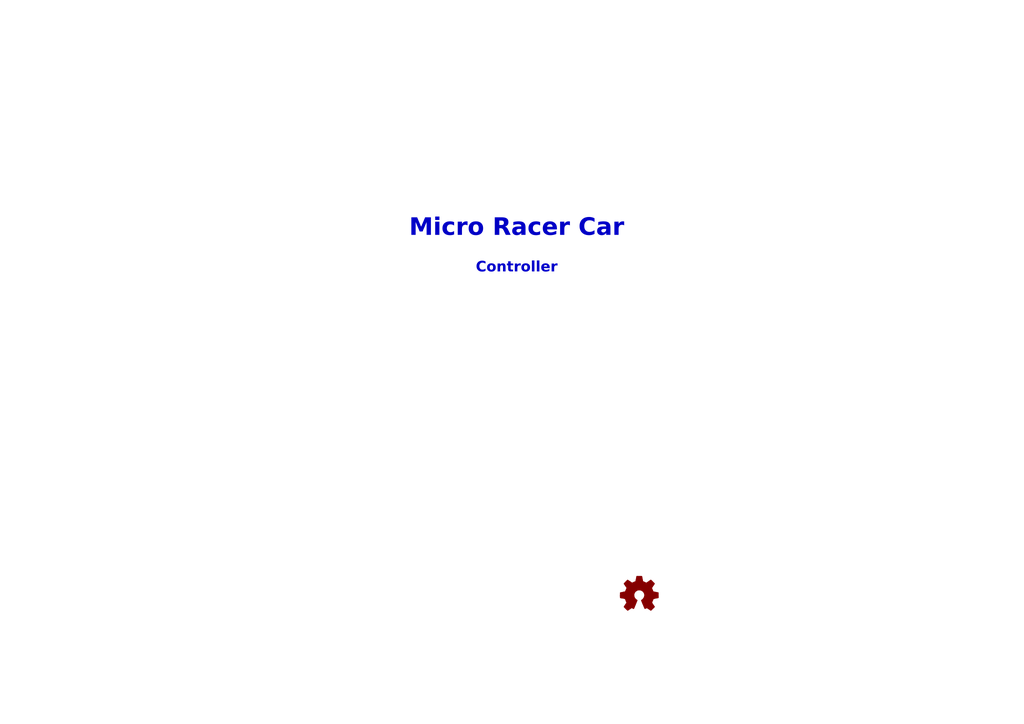
<source format=kicad_sch>
(kicad_sch (version 20231120) (generator "eeschema") (generator_version "8.0")
  (paper "A4")
  (title_block (title "Thumbtroller") (date "2024-10-26") (rev "v0.2") (company "StuckAtPrototype"))
  (lib_symbols
    (symbol "Graphic:Logo_Open_Hardware_Small" (in_bom no) (on_board no)
      (symbol "Logo_Open_Hardware_Small_0_1"
        (polyline (pts (xy 3.3528 -4.3434) (xy 3.302 -4.318) (xy 3.175 -4.2418) (xy 2.9972 -4.1148) (xy 2.7686 -3.9624) (xy 2.54 -3.81) (xy 2.3622 -3.7084) (xy 2.2352 -3.6068) (xy 2.1844 -3.5814) (xy 2.159 -3.6068) (xy 2.0574 -3.6576) (xy 1.905 -3.7338) (xy 1.8034 -3.7846) (xy 1.6764 -3.8354) (xy 1.6002 -3.8354) (xy 1.6002 -3.8354) (xy 1.5494 -3.7338) (xy 1.4732 -3.5306) (xy 1.3462 -3.302) (xy 1.2446 -3.0226) (xy 1.1176 -2.7178) (xy 0.9652 -2.413) (xy 0.8636 -2.1082) (xy 0.7366 -1.8288) (xy 0.6604 -1.6256) (xy 0.6096 -1.4732) (xy 0.5842 -1.397) (xy 0.5842 -1.397) (xy 0.6604 -1.3208) (xy 0.7874 -1.2446) (xy 1.0414 -1.016) (xy 1.2954 -0.6858) (xy 1.4478 -0.3302) (xy 1.524 0.0762) (xy 1.4732 0.4572) (xy 1.3208 0.8128) (xy 1.0668 1.143) (xy 0.762 1.3716) (xy 0.4064 1.524) (xy 0 1.5748) (xy -0.381 1.5494) (xy -0.7366 1.397) (xy -1.0668 1.143) (xy -1.2192 0.9906) (xy -1.397 0.6604) (xy -1.524 0.3048) (xy -1.524 0.2286) (xy -1.4986 -0.1778) (xy -1.397 -0.5334) (xy -1.1938 -0.8636) (xy -0.9144 -1.143) (xy -0.8636 -1.1684) (xy -0.7366 -1.27) (xy -0.635 -1.3462) (xy -0.5842 -1.397) (xy -1.0668 -2.5908) (xy -1.143 -2.794) (xy -1.2954 -3.1242) (xy -1.397 -3.4036) (xy -1.4986 -3.6322) (xy -1.5748 -3.7846) (xy -1.6002 -3.8354) (xy -1.6002 -3.8354) (xy -1.651 -3.8354) (xy -1.7272 -3.81) (xy -1.905 -3.7338) (xy -2.0066 -3.683) (xy -2.1336 -3.6068) (xy -2.2098 -3.5814) (xy -2.2606 -3.6068) (xy -2.3622 -3.683) (xy -2.54 -3.81) (xy -2.7686 -3.9624) (xy -2.9718 -4.0894) (xy -3.1496 -4.2164) (xy -3.302 -4.318) (xy -3.3528 -4.3434) (xy -3.3782 -4.3434) (xy -3.429 -4.318) (xy -3.5306 -4.2164) (xy -3.7084 -4.064) (xy -3.937 -3.8354) (xy -3.9624 -3.81) (xy -4.1656 -3.6068) (xy -4.318 -3.4544) (xy -4.4196 -3.3274) (xy -4.445 -3.2766) (xy -4.445 -3.2766) (xy -4.4196 -3.2258) (xy -4.318 -3.0734) (xy -4.2164 -2.8956) (xy -4.064 -2.667) (xy -3.6576 -2.0828) (xy -3.8862 -1.5494) (xy -3.937 -1.3716) (xy -4.0386 -1.1684) (xy -4.0894 -1.0414) (xy -4.1148 -0.9652) (xy -4.191 -0.9398) (xy -4.318 -0.9144) (xy -4.5466 -0.8636) (xy -4.8006 -0.8128) (xy -5.0546 -0.7874) (xy -5.2578 -0.7366) (xy -5.4356 -0.7112) (xy -5.5118 -0.6858) (xy -5.5118 -0.6858) (xy -5.5372 -0.635) (xy -5.5372 -0.5588) (xy -5.5372 -0.4318) (xy -5.5626 -0.2286) (xy -5.5626 0.0762) (xy -5.5626 0.127) (xy -5.5372 0.4064) (xy -5.5372 0.635) (xy -5.5372 0.762) (xy -5.5372 0.8382) (xy -5.5372 0.8382) (xy -5.461 0.8382) (xy -5.3086 0.889) (xy -5.08 0.9144) (xy -4.826 0.9652) (xy -4.8006 0.9906) (xy -4.5466 1.0414) (xy -4.318 1.0668) (xy -4.1656 1.1176) (xy -4.0894 1.143) (xy -4.0894 1.143) (xy -4.0386 1.2446) (xy -3.9624 1.4224) (xy -3.8608 1.6256) (xy -3.7846 1.8288) (xy -3.7084 2.0066) (xy -3.6576 2.159) (xy -3.6322 2.2098) (xy -3.6322 2.2098) (xy -3.683 2.286) (xy -3.7592 2.413) (xy -3.8862 2.5908) (xy -4.064 2.8194) (xy -4.064 2.8448) (xy -4.2164 3.0734) (xy -4.3434 3.2512) (xy -4.4196 3.3782) (xy -4.445 3.4544) (xy -4.445 3.4544) (xy -4.3942 3.5052) (xy -4.2926 3.6322) (xy -4.1148 3.81) (xy -3.937 4.0132) (xy -3.8608 4.064) (xy -3.6576 4.2926) (xy -3.5052 4.4196) (xy -3.4036 4.4958) (xy -3.3528 4.5212) (xy -3.3528 4.5212) (xy -3.302 4.4704) (xy -3.1496 4.3688) (xy -2.9718 4.2418) (xy -2.7432 4.0894) (xy -2.7178 4.0894) (xy -2.4892 3.937) (xy -2.3114 3.81) (xy -2.1844 3.7084) (xy -2.1336 3.683) (xy -2.1082 3.683) (xy -2.032 3.7084) (xy -1.8542 3.7592) (xy -1.6764 3.8354) (xy -1.4732 3.937) (xy -1.27 4.0132) (xy -1.143 4.064) (xy -1.0668 4.1148) (xy -1.0668 4.1148) (xy -1.0414 4.191) (xy -1.016 4.3434) (xy -0.9652 4.572) (xy -0.9144 4.8514) (xy -0.889 4.9022) (xy -0.8382 5.1562) (xy -0.8128 5.3848) (xy -0.7874 5.5372) (xy -0.762 5.588) (xy -0.7112 5.6134) (xy -0.5842 5.6134) (xy -0.4064 5.6134) (xy -0.1524 5.6134) (xy 0.0762 5.6134) (xy 0.3302 5.6134) (xy 0.5334 5.6134) (xy 0.6858 5.588) (xy 0.7366 5.588) (xy 0.7366 5.588) (xy 0.762 5.5118) (xy 0.8128 5.334) (xy 0.8382 5.1054) (xy 0.9144 4.826) (xy 0.9144 4.7752) (xy 0.9652 4.5212) (xy 1.016 4.2926) (xy 1.0414 4.1402) (xy 1.0668 4.0894) (xy 1.0668 4.0894) (xy 1.1938 4.0386) (xy 1.3716 3.9624) (xy 1.5748 3.8608) (xy 2.0828 3.6576) (xy 2.7178 4.0894) (xy 2.7686 4.1402) (xy 2.9972 4.2926) (xy 3.175 4.4196) (xy 3.302 4.4958) (xy 3.3782 4.5212) (xy 3.3782 4.5212) (xy 3.429 4.4704) (xy 3.556 4.3434) (xy 3.7338 4.191) (xy 3.9116 3.9878) (xy 4.064 3.8354) (xy 4.2418 3.6576) (xy 4.3434 3.556) (xy 4.4196 3.4798) (xy 4.4196 3.429) (xy 4.4196 3.4036) (xy 4.3942 3.3274) (xy 4.2926 3.2004) (xy 4.1656 2.9972) (xy 4.0132 2.794) (xy 3.8862 2.5908) (xy 3.7592 2.3876) (xy 3.6576 2.2352) (xy 3.6322 2.159) (xy 3.6322 2.1336) (xy 3.683 2.0066) (xy 3.7592 1.8288) (xy 3.8608 1.6002) (xy 4.064 1.1176) (xy 4.3942 1.0414) (xy 4.5974 1.016) (xy 4.8768 0.9652) (xy 5.1308 0.9144) (xy 5.5372 0.8382) (xy 5.5626 -0.6604) (xy 5.4864 -0.6858) (xy 5.4356 -0.6858) (xy 5.2832 -0.7366) (xy 5.0546 -0.762) (xy 4.8006 -0.8128) (xy 4.5974 -0.8636) (xy 4.3688 -0.9144) (xy 4.2164 -0.9398) (xy 4.1402 -0.9398) (xy 4.1148 -0.9652) (xy 4.064 -1.0668) (xy 3.9878 -1.2446) (xy 3.9116 -1.4478) (xy 3.81 -1.651) (xy 3.7338 -1.8542) (xy 3.683 -2.0066) (xy 3.6576 -2.0828) (xy 3.683 -2.1336) (xy 3.7846 -2.2606) (xy 3.8862 -2.4638) (xy 4.0386 -2.667) (xy 4.191 -2.8956) (xy 4.318 -3.0734) (xy 4.3942 -3.2004) (xy 4.445 -3.2766) (xy 4.4196 -3.3274) (xy 4.3434 -3.429) (xy 4.1656 -3.5814) (xy 3.937 -3.8354) (xy 3.8862 -3.8608) (xy 3.683 -4.064) (xy 3.5306 -4.2164) (xy 3.4036 -4.318) (xy 3.3528 -4.3434)) (fill (type outline)))
      )
    )
  )
  (text "Micro Racer Car" (at 149.86 67.564 0) (effects (font (size 5 5) (thickness 0.6) (bold yes) (italic yes))))
  (text "Controller" (at 149.86 78.486 0) (effects (font (size 3 3) (thickness 0.6) (bold yes) (italic yes))))
  (symbol (lib_id "Graphic:Logo_Open_Hardware_Small") (at 185.42 172.72 0) (unit 1) (exclude_from_sim yes) (in_bom no) (on_board no)
    (property "Reference" "#SYM3" (effects (hide yes)))
    (property "Value" "Logo_Open_Hardware_Small" (effects (hide yes)))
    (property "Description" "Open Hardware logo, small" (effects (hide yes)))
  )
  (sheet (at -73.66 29.21) (size 62.23 33.02) (stroke (width 0.1524))
    (property "Sheetname" "Microcontroller" (at -73.66 28.4984 0) (effects (justify left bottom)))
    (property "Sheetfile" "MCU.kicad_sch" (at -73.66 62.8146 0) (effects (justify left top)))
  )
  (sheet (at -73.66 74.93) (size 62.23 33.02) (stroke (width 0.1524))
    (property "Sheetname" "Power" (at -73.66 74.2184 0) (effects (justify left bottom)))
    (property "Sheetfile" "PWR.kicad_sch" (at -73.66 108.5346 0) (effects (justify left top)))
  )
)
</source>
